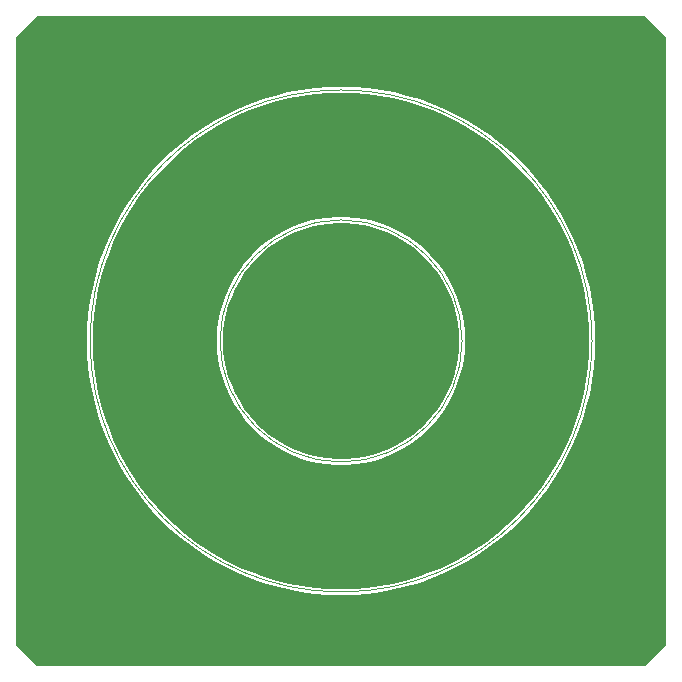
<source format=gbr>
G04 start of page 2 for group 0 idx 0 *
G04 Title: HERTZ_LP, component *
G04 Creator: pcb v4.0.2-gafeb62a8 *
G04 CreationDate: Tue Feb  6 10:28:40 2018 UTC *
G04 For: stephan *
G04 Format: Gerber/RS-274X *
G04 PCB-Dimensions (mil): 2362.20 2362.20 *
G04 PCB-Coordinate-Origin: lower left *
%MOIN*%
%FSLAX25Y25*%
%LNCOMPONENT*%
%ADD16C,0.0118*%
%ADD15C,0.0945*%
%ADD14C,0.0315*%
%ADD13C,0.1142*%
%ADD12C,0.0000*%
%ADD11C,0.0001*%
G54D11*G36*
X118110Y226378D02*X219488D01*
X226378Y219488D01*
Y16732D01*
X219488Y9843D01*
X118110D01*
Y33435D01*
X122542Y33551D01*
X126961Y33899D01*
X131356Y34478D01*
X135715Y35286D01*
X140026Y36321D01*
X144276Y37580D01*
X148455Y39059D01*
X152551Y40756D01*
X156552Y42664D01*
X160448Y44780D01*
X164227Y47096D01*
X167881Y49607D01*
X171398Y52305D01*
X174769Y55185D01*
X177984Y58236D01*
X181036Y61452D01*
X183915Y64823D01*
X186614Y68340D01*
X189125Y71993D01*
X191441Y75773D01*
X193556Y79669D01*
X195465Y83670D01*
X197161Y87765D01*
X198641Y91944D01*
X199900Y96195D01*
X200935Y100505D01*
X201743Y104864D01*
X202321Y109259D01*
X202669Y113679D01*
X202785Y118110D01*
X202775Y118269D01*
X202751Y118369D01*
X202669Y122542D01*
X202321Y126961D01*
X201743Y131356D01*
X200935Y135715D01*
X199900Y140026D01*
X198641Y144276D01*
X197161Y148455D01*
X195465Y152551D01*
X193556Y156552D01*
X191441Y160448D01*
X189125Y164227D01*
X186614Y167881D01*
X183915Y171398D01*
X181036Y174769D01*
X177984Y177984D01*
X174769Y181036D01*
X171398Y183915D01*
X167881Y186614D01*
X164227Y189125D01*
X160448Y191441D01*
X156552Y193556D01*
X152551Y195465D01*
X148455Y197161D01*
X144276Y198641D01*
X140026Y199900D01*
X135715Y200935D01*
X131356Y201743D01*
X126961Y202321D01*
X122542Y202669D01*
X118110Y202785D01*
Y226378D01*
G37*
G36*
X9843Y219488D02*X16732Y226378D01*
X118110D01*
Y202785D01*
X113679Y202669D01*
X109259Y202321D01*
X104864Y201743D01*
X100505Y200935D01*
X96195Y199900D01*
X91944Y198641D01*
X87765Y197161D01*
X83670Y195465D01*
X79669Y193556D01*
X75773Y191441D01*
X71993Y189125D01*
X68340Y186614D01*
X64823Y183915D01*
X61452Y181036D01*
X58236Y177984D01*
X55185Y174769D01*
X52305Y171398D01*
X49607Y167881D01*
X47096Y164227D01*
X44780Y160448D01*
X42664Y156552D01*
X40756Y152551D01*
X39059Y148455D01*
X37580Y144276D01*
X36321Y140026D01*
X35286Y135715D01*
X34478Y131356D01*
X33899Y126961D01*
X33551Y122542D01*
X33435Y118110D01*
X33445Y117951D01*
X33469Y117851D01*
X33551Y113679D01*
X33899Y109259D01*
X34478Y104864D01*
X35286Y100505D01*
X36321Y96195D01*
X37580Y91944D01*
X39059Y87765D01*
X40756Y83670D01*
X42664Y79669D01*
X44780Y75773D01*
X47096Y71993D01*
X49607Y68340D01*
X52305Y64823D01*
X55185Y61452D01*
X58236Y58236D01*
X61452Y55185D01*
X64823Y52305D01*
X68340Y49607D01*
X71993Y47096D01*
X75773Y44780D01*
X79669Y42664D01*
X83670Y40756D01*
X87765Y39059D01*
X91944Y37580D01*
X96195Y36321D01*
X100505Y35286D01*
X104864Y34478D01*
X109259Y33899D01*
X113679Y33551D01*
X118110Y33435D01*
Y9843D01*
X16732D01*
X9843Y16732D01*
Y219488D01*
G37*
G36*
X35439Y117896D02*X35452Y117951D01*
X35462Y118110D01*
X35547Y122437D01*
X35886Y126752D01*
X36451Y131044D01*
X37240Y135300D01*
X38250Y139509D01*
X39480Y143659D01*
X40925Y147739D01*
X42581Y151738D01*
X44445Y155645D01*
X46510Y159449D01*
X48771Y163139D01*
X51223Y166707D01*
X53858Y170141D01*
X56669Y173432D01*
X59649Y176572D01*
X62789Y179551D01*
X66080Y182362D01*
X69514Y184997D01*
X73081Y187449D01*
X76772Y189711D01*
X80576Y191776D01*
X84482Y193639D01*
X88481Y195296D01*
X92562Y196741D01*
X96712Y197970D01*
X100921Y198981D01*
X105177Y199769D01*
X109468Y200334D01*
X113783Y200674D01*
X118110Y200787D01*
Y159449D01*
X116526D01*
X113366Y159206D01*
X110234Y158723D01*
X107148Y158001D01*
X104127Y157044D01*
X101187Y155860D01*
X98347Y154454D01*
X95623Y152834D01*
X93031Y151011D01*
X90586Y148994D01*
X88303Y146797D01*
X86194Y144431D01*
X84273Y141911D01*
X82551Y139251D01*
X81037Y136467D01*
X79740Y133575D01*
X78669Y130592D01*
X77829Y127536D01*
X77226Y124425D01*
X76862Y121277D01*
X76741Y118110D01*
X76752Y117951D01*
X76779Y117837D01*
X76862Y114943D01*
X77226Y111795D01*
X77829Y108684D01*
X78669Y105628D01*
X79740Y102646D01*
X81037Y99754D01*
X82551Y96970D01*
X84273Y94310D01*
X86194Y91789D01*
X88303Y89424D01*
X90586Y87226D01*
X93031Y85210D01*
X95623Y83386D01*
X98347Y81767D01*
X101187Y80361D01*
X104127Y79176D01*
X107148Y78220D01*
X110234Y77498D01*
X113366Y77014D01*
X116526Y76771D01*
X118110D01*
Y35433D01*
X113783Y35547D01*
X109468Y35886D01*
X105177Y36451D01*
X100921Y37240D01*
X96712Y38250D01*
X92562Y39480D01*
X88481Y40925D01*
X84482Y42581D01*
X80576Y44445D01*
X76772Y46510D01*
X73081Y48772D01*
X69514Y51223D01*
X66080Y53858D01*
X62789Y56669D01*
X59649Y59649D01*
X56669Y62789D01*
X53858Y66080D01*
X51223Y69514D01*
X48771Y73081D01*
X46510Y76772D01*
X44445Y80576D01*
X42581Y84482D01*
X40925Y88481D01*
X39480Y92562D01*
X38250Y96712D01*
X37240Y100921D01*
X36451Y105177D01*
X35886Y109468D01*
X35547Y113783D01*
X35439Y117896D01*
G37*
G36*
X118110Y200787D02*X122437Y200674D01*
X126752Y200334D01*
X131044Y199769D01*
X135300Y198981D01*
X139509Y197970D01*
X143659Y196741D01*
X147739Y195296D01*
X151738Y193639D01*
X155645Y191776D01*
X159449Y189711D01*
X163139Y187449D01*
X166707Y184997D01*
X170141Y182362D01*
X173432Y179551D01*
X176572Y176572D01*
X179551Y173432D01*
X182362Y170141D01*
X184997Y166707D01*
X187449Y163139D01*
X189711Y159449D01*
X191776Y155645D01*
X193639Y151738D01*
X195296Y147739D01*
X196741Y143659D01*
X197970Y139509D01*
X198981Y135300D01*
X199769Y131044D01*
X200334Y126752D01*
X200674Y122437D01*
X200782Y118325D01*
X200768Y118269D01*
X200759Y118110D01*
X200674Y113783D01*
X200334Y109468D01*
X199769Y105177D01*
X198981Y100921D01*
X197970Y96712D01*
X196741Y92562D01*
X195296Y88481D01*
X193639Y84482D01*
X191776Y80576D01*
X189711Y76772D01*
X187449Y73081D01*
X184997Y69514D01*
X182362Y66080D01*
X179551Y62789D01*
X176572Y59649D01*
X173432Y56669D01*
X170141Y53858D01*
X166707Y51223D01*
X163139Y48772D01*
X159449Y46510D01*
X155645Y44445D01*
X151738Y42581D01*
X147739Y40925D01*
X143659Y39480D01*
X139509Y38250D01*
X135300Y37240D01*
X131044Y36451D01*
X126752Y35886D01*
X122437Y35547D01*
X118110Y35433D01*
Y76771D01*
X119695D01*
X122855Y77014D01*
X125987Y77498D01*
X129072Y78220D01*
X132094Y79176D01*
X135033Y80361D01*
X137873Y81767D01*
X140597Y83386D01*
X143189Y85210D01*
X145634Y87226D01*
X147918Y89424D01*
X150026Y91789D01*
X151947Y94310D01*
X153670Y96970D01*
X155184Y99754D01*
X156480Y102646D01*
X157551Y105628D01*
X158391Y108684D01*
X158995Y111795D01*
X159358Y114943D01*
X159479Y118110D01*
X159469Y118269D01*
X159441Y118383D01*
X159358Y121277D01*
X158995Y124425D01*
X158391Y127536D01*
X157551Y130592D01*
X156480Y133575D01*
X155184Y136467D01*
X153670Y139251D01*
X151947Y141911D01*
X150026Y144431D01*
X147918Y146797D01*
X145634Y148994D01*
X143189Y151011D01*
X140597Y152834D01*
X137873Y154454D01*
X135033Y155860D01*
X132094Y157044D01*
X129072Y158001D01*
X125987Y158723D01*
X122855Y159206D01*
X119695Y159449D01*
X118110D01*
Y200787D01*
G37*
G36*
X78748Y117903D02*X78760Y117951D01*
X78769Y118110D01*
X78856Y121124D01*
X79202Y124120D01*
X79776Y127081D01*
X80575Y129989D01*
X81595Y132827D01*
X82828Y135579D01*
X84269Y138229D01*
X85908Y140760D01*
X87737Y143159D01*
X89743Y145411D01*
X91916Y147502D01*
X94243Y149421D01*
X96710Y151156D01*
X99302Y152697D01*
X102005Y154035D01*
X104803Y155163D01*
X107678Y156073D01*
X110615Y156760D01*
X113595Y157220D01*
X116602Y157451D01*
X119618D01*
X122625Y157220D01*
X125606Y156760D01*
X128543Y156073D01*
X131418Y155163D01*
X134215Y154035D01*
X136918Y152697D01*
X139510Y151156D01*
X141977Y149421D01*
X144304Y147502D01*
X146477Y145411D01*
X148484Y143159D01*
X150312Y140760D01*
X151951Y138229D01*
X153392Y135579D01*
X154626Y132827D01*
X155645Y129989D01*
X156445Y127081D01*
X157019Y124120D01*
X157365Y121124D01*
X157472Y118317D01*
X157461Y118269D01*
X157451Y118110D01*
X157365Y115097D01*
X157019Y112100D01*
X156445Y109140D01*
X155645Y106232D01*
X154626Y103393D01*
X153392Y100641D01*
X151951Y97991D01*
X150312Y95460D01*
X148484Y93061D01*
X146477Y90810D01*
X144304Y88719D01*
X141977Y86800D01*
X139510Y85065D01*
X136918Y83523D01*
X134215Y82185D01*
X131418Y81058D01*
X128543Y80148D01*
X125606Y79460D01*
X122625Y79000D01*
X119618Y78769D01*
X116602D01*
X113595Y79000D01*
X110615Y79460D01*
X107678Y80148D01*
X104803Y81058D01*
X102005Y82185D01*
X99302Y83523D01*
X96710Y85065D01*
X94243Y86800D01*
X91916Y88719D01*
X89743Y90810D01*
X87737Y93061D01*
X85908Y95460D01*
X84269Y97991D01*
X82828Y100641D01*
X81595Y103393D01*
X80575Y106232D01*
X79776Y109140D01*
X79202Y112100D01*
X78856Y115097D01*
X78748Y117903D01*
G37*
G54D12*X34449Y118110D02*G75*G03X34449Y118110I83661J0D01*G01*
X77756Y118110D02*G75*G03X77756Y118110I40354J0D01*G01*
G54D13*X19685Y216535D03*
X216535D03*
X19685Y19685D03*
X216535D03*
G54D14*X118110Y118110D03*
X160433Y125984D03*
G54D15*G54D16*M02*

</source>
